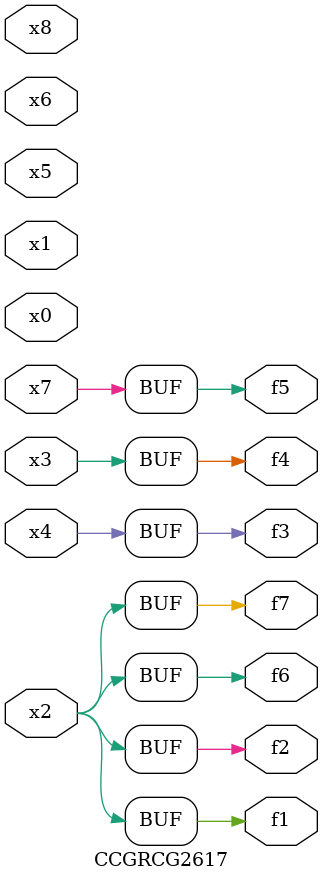
<source format=v>
module CCGRCG2617(
	input x0, x1, x2, x3, x4, x5, x6, x7, x8,
	output f1, f2, f3, f4, f5, f6, f7
);
	assign f1 = x2;
	assign f2 = x2;
	assign f3 = x4;
	assign f4 = x3;
	assign f5 = x7;
	assign f6 = x2;
	assign f7 = x2;
endmodule

</source>
